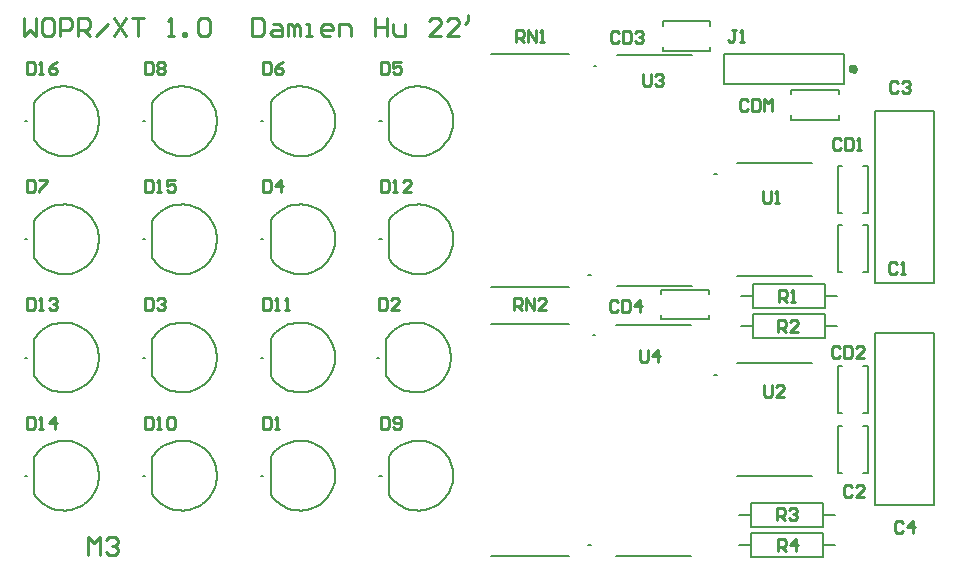
<source format=gto>
G04*
G04 #@! TF.GenerationSoftware,Altium Limited,Altium Designer,22.8.2 (66)*
G04*
G04 Layer_Color=65535*
%FSLAX25Y25*%
%MOIN*%
G70*
G04*
G04 #@! TF.SameCoordinates,5B850A69-A84A-478A-A9FA-D5DC90572E9C*
G04*
G04*
G04 #@! TF.FilePolarity,Positive*
G04*
G01*
G75*
%ADD10C,0.01575*%
%ADD11C,0.00787*%
%ADD12C,0.00500*%
%ADD13C,0.01000*%
D10*
X481157Y360019D02*
X480613Y360768D01*
X479732Y360482D01*
Y359556D01*
X480613Y359270D01*
X481157Y360019D01*
D11*
X434902Y258071D02*
X434114D01*
X434902D01*
X434902Y324843D02*
X434114D01*
X434902D01*
X394744Y360984D02*
X393957D01*
X394744D01*
X392933Y291181D02*
X392146D01*
X392933D01*
X394350Y271220D02*
X393563D01*
X394350D01*
X392933Y201220D02*
X392146D01*
X392933D01*
X323228Y224410D02*
X322441D01*
X323228D01*
X283858D02*
X283071D01*
X283858D01*
X244488D02*
X243701D01*
X244488D01*
X322457Y263779D02*
X321669D01*
X322457D01*
X283858D02*
X283071D01*
X283858D01*
X244488D02*
X243701D01*
X244488D01*
X323228Y303150D02*
X322441D01*
X323228D01*
X283858D02*
X283071D01*
X283858D01*
X205118Y263779D02*
X204331D01*
X205118D01*
X323228Y342520D02*
X322441D01*
X323228D01*
X205118Y224410D02*
X204331D01*
X205118D01*
X283858Y342520D02*
X283071D01*
X283858D01*
X244488Y303150D02*
X243701D01*
X244488D01*
X205118D02*
X204331D01*
X205118D01*
Y342520D02*
X204331D01*
X205118D01*
X244488D02*
X243701D01*
X244488D01*
X471095Y274409D02*
X475095D01*
X443095D02*
X447095D01*
Y270409D02*
X471095D01*
Y278409D01*
X447095D02*
X471095D01*
X447095Y270409D02*
Y278409D01*
X443095Y284252D02*
X447095D01*
X471095D02*
X475095D01*
X447095Y288252D02*
X471095D01*
X447095Y280252D02*
Y288252D01*
Y280252D02*
X471095D01*
Y288252D01*
X470268Y201220D02*
X474268D01*
X442268D02*
X446268D01*
Y197220D02*
X470268D01*
Y205220D01*
X446268D02*
X470268D01*
X446268Y197220D02*
Y205220D01*
X442268Y211417D02*
X446268D01*
X470268D02*
X474268D01*
X446268Y215417D02*
X470268D01*
X446268Y207417D02*
Y215417D01*
Y207417D02*
X470268D01*
Y215417D01*
D12*
X325590Y218244D02*
X326157Y217418D01*
X326793Y216645D01*
X327493Y215928D01*
X328252Y215275D01*
X329064Y214689D01*
X329924Y214175D01*
X330824Y213737D01*
X331759Y213378D01*
X332721Y213101D01*
X333704Y212908D01*
X334700Y212800D01*
X335701Y212777D01*
X336700Y212842D01*
X337690Y212991D01*
X338664Y213226D01*
X339614Y213543D01*
X340533Y213941D01*
X341414Y214416D01*
X342252Y214965D01*
X343039Y215584D01*
X343770Y216269D01*
X344439Y217014D01*
X345042Y217814D01*
X345573Y218663D01*
X346030Y219554D01*
X346408Y220481D01*
X346706Y221437D01*
X346920Y222416D01*
X347049Y223409D01*
X347092Y224409D01*
X347049Y225410D01*
X346920Y226403D01*
X346706Y227381D01*
X346409Y228338D01*
X346030Y229265D01*
X345573Y230156D01*
X345042Y231005D01*
X344439Y231805D01*
X343770Y232550D01*
X343039Y233234D01*
X342252Y233854D01*
X341415Y234403D01*
X340533Y234878D01*
X339614Y235276D01*
X338664Y235593D01*
X337690Y235828D01*
X336700Y235977D01*
X335701Y236041D01*
X334700Y236019D01*
X333704Y235911D01*
X332721Y235718D01*
X331759Y235441D01*
X330824Y235082D01*
X329924Y234644D01*
X329064Y234130D01*
X328252Y233544D01*
X327493Y232891D01*
X326793Y232174D01*
X326157Y231401D01*
X325591Y230575D01*
X286221Y218244D02*
X286787Y217418D01*
X287423Y216645D01*
X288123Y215928D01*
X288882Y215275D01*
X289694Y214689D01*
X290553Y214175D01*
X291454Y213737D01*
X292389Y213378D01*
X293351Y213101D01*
X294334Y212908D01*
X295329Y212800D01*
X296331Y212777D01*
X297330Y212842D01*
X298320Y212991D01*
X299294Y213226D01*
X300244Y213543D01*
X301163Y213941D01*
X302045Y214416D01*
X302882Y214965D01*
X303669Y215584D01*
X304400Y216269D01*
X305069Y217014D01*
X305672Y217814D01*
X306203Y218663D01*
X306660Y219554D01*
X307038Y220481D01*
X307336Y221437D01*
X307550Y222416D01*
X307679Y223409D01*
X307722Y224409D01*
X307679Y225410D01*
X307550Y226403D01*
X307336Y227381D01*
X307038Y228338D01*
X306660Y229265D01*
X306203Y230156D01*
X305672Y231005D01*
X305069Y231805D01*
X304400Y232550D01*
X303669Y233234D01*
X302882Y233854D01*
X302045Y234403D01*
X301163Y234878D01*
X300244Y235276D01*
X299294Y235593D01*
X298321Y235828D01*
X297330Y235977D01*
X296331Y236041D01*
X295330Y236019D01*
X294334Y235911D01*
X293352Y235718D01*
X292389Y235441D01*
X291454Y235082D01*
X290554Y234644D01*
X289694Y234130D01*
X288882Y233544D01*
X288123Y232891D01*
X287423Y232174D01*
X286787Y231401D01*
X286221Y230575D01*
X246850Y218244D02*
X247417Y217418D01*
X248053Y216645D01*
X248753Y215928D01*
X249512Y215275D01*
X250324Y214689D01*
X251183Y214175D01*
X252084Y213737D01*
X253019Y213378D01*
X253981Y213101D01*
X254964Y212908D01*
X255960Y212800D01*
X256961Y212777D01*
X257960Y212842D01*
X258950Y212991D01*
X259924Y213226D01*
X260874Y213543D01*
X261793Y213941D01*
X262674Y214416D01*
X263512Y214965D01*
X264299Y215584D01*
X265030Y216269D01*
X265699Y217014D01*
X266301Y217814D01*
X266833Y218663D01*
X267290Y219554D01*
X267668Y220481D01*
X267966Y221437D01*
X268179Y222416D01*
X268308Y223409D01*
X268352Y224409D01*
X268308Y225410D01*
X268179Y226403D01*
X267966Y227381D01*
X267668Y228338D01*
X267290Y229265D01*
X266833Y230156D01*
X266301Y231005D01*
X265699Y231805D01*
X265030Y232550D01*
X264299Y233234D01*
X263512Y233854D01*
X262674Y234403D01*
X261793Y234878D01*
X260874Y235276D01*
X259924Y235593D01*
X258950Y235828D01*
X257960Y235977D01*
X256961Y236041D01*
X255960Y236019D01*
X254964Y235911D01*
X253981Y235718D01*
X253019Y235441D01*
X252084Y235082D01*
X251184Y234644D01*
X250324Y234130D01*
X249512Y233544D01*
X248753Y232891D01*
X248053Y232174D01*
X247417Y231401D01*
X246850Y230575D01*
X324819Y257614D02*
X325386Y256788D01*
X326021Y256015D01*
X326721Y255298D01*
X327480Y254645D01*
X328292Y254059D01*
X329152Y253545D01*
X330052Y253107D01*
X330987Y252748D01*
X331950Y252471D01*
X332932Y252278D01*
X333928Y252170D01*
X334929Y252148D01*
X335929Y252212D01*
X336919Y252361D01*
X337892Y252596D01*
X338842Y252913D01*
X339761Y253311D01*
X340643Y253786D01*
X341480Y254335D01*
X342267Y254955D01*
X342998Y255639D01*
X343667Y256384D01*
X344270Y257184D01*
X344802Y258033D01*
X345258Y258924D01*
X345637Y259851D01*
X345934Y260807D01*
X346148Y261786D01*
X346277Y262779D01*
X346320Y263779D01*
X346277Y264780D01*
X346148Y265773D01*
X345934Y266752D01*
X345637Y267708D01*
X345258Y268635D01*
X344802Y269526D01*
X344270Y270375D01*
X343667Y271175D01*
X342998Y271920D01*
X342267Y272604D01*
X341480Y273224D01*
X340643Y273773D01*
X339761Y274248D01*
X338842Y274646D01*
X337893Y274963D01*
X336919Y275198D01*
X335929Y275347D01*
X334929Y275412D01*
X333928Y275389D01*
X332932Y275281D01*
X331950Y275088D01*
X330988Y274811D01*
X330053Y274452D01*
X329152Y274014D01*
X328292Y273500D01*
X327480Y272914D01*
X326721Y272261D01*
X326021Y271545D01*
X325386Y270771D01*
X324819Y269945D01*
X286221Y257614D02*
X286787Y256788D01*
X287423Y256015D01*
X288123Y255298D01*
X288882Y254645D01*
X289694Y254059D01*
X290553Y253545D01*
X291454Y253107D01*
X292389Y252748D01*
X293351Y252471D01*
X294334Y252278D01*
X295329Y252170D01*
X296331Y252148D01*
X297330Y252212D01*
X298320Y252361D01*
X299294Y252596D01*
X300244Y252913D01*
X301163Y253311D01*
X302045Y253786D01*
X302882Y254335D01*
X303669Y254955D01*
X304400Y255639D01*
X305069Y256384D01*
X305672Y257184D01*
X306203Y258033D01*
X306660Y258924D01*
X307038Y259851D01*
X307336Y260807D01*
X307550Y261786D01*
X307679Y262779D01*
X307722Y263779D01*
X307679Y264780D01*
X307550Y265773D01*
X307336Y266752D01*
X307038Y267708D01*
X306660Y268635D01*
X306203Y269526D01*
X305672Y270375D01*
X305069Y271175D01*
X304400Y271920D01*
X303669Y272604D01*
X302882Y273224D01*
X302045Y273773D01*
X301163Y274248D01*
X300244Y274646D01*
X299294Y274963D01*
X298321Y275198D01*
X297330Y275347D01*
X296331Y275412D01*
X295330Y275389D01*
X294334Y275281D01*
X293352Y275088D01*
X292389Y274811D01*
X291454Y274452D01*
X290554Y274014D01*
X289694Y273500D01*
X288882Y272914D01*
X288123Y272261D01*
X287423Y271545D01*
X286787Y270771D01*
X286221Y269945D01*
X246850Y257614D02*
X247417Y256788D01*
X248053Y256015D01*
X248753Y255298D01*
X249512Y254645D01*
X250324Y254059D01*
X251183Y253545D01*
X252084Y253107D01*
X253019Y252748D01*
X253981Y252471D01*
X254964Y252278D01*
X255960Y252170D01*
X256961Y252148D01*
X257960Y252212D01*
X258950Y252361D01*
X259924Y252596D01*
X260874Y252913D01*
X261793Y253311D01*
X262674Y253786D01*
X263512Y254335D01*
X264299Y254955D01*
X265030Y255639D01*
X265699Y256384D01*
X266301Y257184D01*
X266833Y258033D01*
X267290Y258924D01*
X267668Y259851D01*
X267966Y260807D01*
X268179Y261786D01*
X268308Y262779D01*
X268352Y263779D01*
X268308Y264780D01*
X268179Y265773D01*
X267966Y266752D01*
X267668Y267708D01*
X267290Y268635D01*
X266833Y269526D01*
X266301Y270375D01*
X265699Y271175D01*
X265030Y271920D01*
X264299Y272604D01*
X263512Y273224D01*
X262674Y273773D01*
X261793Y274248D01*
X260874Y274646D01*
X259924Y274963D01*
X258950Y275198D01*
X257960Y275347D01*
X256961Y275412D01*
X255960Y275389D01*
X254964Y275281D01*
X253981Y275088D01*
X253019Y274811D01*
X252084Y274452D01*
X251184Y274014D01*
X250324Y273500D01*
X249512Y272914D01*
X248753Y272261D01*
X248053Y271545D01*
X247417Y270771D01*
X246850Y269945D01*
X325590Y296984D02*
X326157Y296159D01*
X326793Y295385D01*
X327493Y294668D01*
X328252Y294015D01*
X329064Y293429D01*
X329924Y292915D01*
X330824Y292477D01*
X331759Y292119D01*
X332721Y291841D01*
X333704Y291648D01*
X334700Y291540D01*
X335701Y291518D01*
X336700Y291582D01*
X337690Y291731D01*
X338664Y291966D01*
X339614Y292283D01*
X340533Y292681D01*
X341414Y293156D01*
X342252Y293705D01*
X343039Y294325D01*
X343770Y295009D01*
X344439Y295754D01*
X345042Y296554D01*
X345573Y297403D01*
X346030Y298294D01*
X346408Y299221D01*
X346706Y300178D01*
X346920Y301156D01*
X347049Y302149D01*
X347092Y303150D01*
X347049Y304150D01*
X346920Y305143D01*
X346706Y306121D01*
X346409Y307078D01*
X346030Y308005D01*
X345573Y308896D01*
X345042Y309745D01*
X344439Y310545D01*
X343770Y311290D01*
X343039Y311975D01*
X342252Y312594D01*
X341415Y313143D01*
X340533Y313618D01*
X339614Y314016D01*
X338664Y314333D01*
X337690Y314568D01*
X336700Y314718D01*
X335701Y314782D01*
X334700Y314759D01*
X333704Y314651D01*
X332721Y314458D01*
X331759Y314181D01*
X330824Y313822D01*
X329924Y313384D01*
X329064Y312870D01*
X328252Y312284D01*
X327493Y311631D01*
X326793Y310915D01*
X326157Y310141D01*
X325591Y309315D01*
X286221Y296984D02*
X286787Y296159D01*
X287423Y295385D01*
X288123Y294668D01*
X288882Y294015D01*
X289694Y293429D01*
X290553Y292915D01*
X291454Y292477D01*
X292389Y292119D01*
X293351Y291841D01*
X294334Y291648D01*
X295329Y291540D01*
X296331Y291518D01*
X297330Y291582D01*
X298320Y291731D01*
X299294Y291966D01*
X300244Y292283D01*
X301163Y292681D01*
X302045Y293156D01*
X302882Y293705D01*
X303669Y294325D01*
X304400Y295009D01*
X305069Y295754D01*
X305672Y296554D01*
X306203Y297403D01*
X306660Y298294D01*
X307038Y299221D01*
X307336Y300178D01*
X307550Y301156D01*
X307679Y302149D01*
X307722Y303150D01*
X307679Y304150D01*
X307550Y305143D01*
X307336Y306121D01*
X307038Y307078D01*
X306660Y308005D01*
X306203Y308896D01*
X305672Y309745D01*
X305069Y310545D01*
X304400Y311290D01*
X303669Y311975D01*
X302882Y312594D01*
X302045Y313143D01*
X301163Y313618D01*
X300244Y314016D01*
X299294Y314333D01*
X298321Y314568D01*
X297330Y314718D01*
X296331Y314782D01*
X295330Y314759D01*
X294334Y314651D01*
X293352Y314458D01*
X292389Y314181D01*
X291454Y313822D01*
X290554Y313384D01*
X289694Y312870D01*
X288882Y312284D01*
X288123Y311631D01*
X287423Y310915D01*
X286787Y310141D01*
X286221Y309315D01*
X207480Y257614D02*
X208047Y256788D01*
X208683Y256015D01*
X209383Y255298D01*
X210141Y254645D01*
X210954Y254059D01*
X211813Y253545D01*
X212714Y253107D01*
X213649Y252748D01*
X214611Y252471D01*
X215594Y252278D01*
X216589Y252170D01*
X217591Y252148D01*
X218590Y252212D01*
X219580Y252361D01*
X220554Y252596D01*
X221504Y252913D01*
X222423Y253311D01*
X223304Y253786D01*
X224142Y254335D01*
X224929Y254955D01*
X225659Y255639D01*
X226329Y256384D01*
X226931Y257184D01*
X227463Y258033D01*
X227920Y258924D01*
X228298Y259851D01*
X228595Y260807D01*
X228809Y261786D01*
X228938Y262779D01*
X228981Y263779D01*
X228938Y264780D01*
X228809Y265773D01*
X228595Y266752D01*
X228298Y267708D01*
X227920Y268635D01*
X227463Y269526D01*
X226932Y270375D01*
X226329Y271175D01*
X225660Y271920D01*
X224929Y272604D01*
X224142Y273224D01*
X223304Y273773D01*
X222423Y274248D01*
X221504Y274646D01*
X220554Y274963D01*
X219580Y275198D01*
X218590Y275347D01*
X217591Y275412D01*
X216589Y275389D01*
X215594Y275281D01*
X214611Y275088D01*
X213649Y274811D01*
X212714Y274452D01*
X211813Y274014D01*
X210954Y273500D01*
X210141Y272914D01*
X209383Y272261D01*
X208683Y271545D01*
X208047Y270771D01*
X207480Y269945D01*
X325590Y336354D02*
X326157Y335529D01*
X326793Y334755D01*
X327493Y334038D01*
X328252Y333385D01*
X329064Y332799D01*
X329924Y332285D01*
X330824Y331847D01*
X331759Y331488D01*
X332721Y331211D01*
X333704Y331018D01*
X334700Y330910D01*
X335701Y330888D01*
X336700Y330952D01*
X337690Y331101D01*
X338664Y331336D01*
X339614Y331653D01*
X340533Y332051D01*
X341414Y332526D01*
X342252Y333075D01*
X343039Y333695D01*
X343770Y334379D01*
X344439Y335124D01*
X345042Y335924D01*
X345573Y336773D01*
X346030Y337664D01*
X346408Y338591D01*
X346706Y339548D01*
X346920Y340526D01*
X347049Y341519D01*
X347092Y342520D01*
X347049Y343520D01*
X346920Y344513D01*
X346706Y345492D01*
X346409Y346448D01*
X346030Y347375D01*
X345573Y348266D01*
X345042Y349115D01*
X344439Y349915D01*
X343770Y350660D01*
X343039Y351345D01*
X342252Y351964D01*
X341415Y352513D01*
X340533Y352989D01*
X339614Y353386D01*
X338664Y353703D01*
X337690Y353938D01*
X336700Y354088D01*
X335701Y354152D01*
X334700Y354130D01*
X333704Y354021D01*
X332721Y353828D01*
X331759Y353551D01*
X330824Y353192D01*
X329924Y352754D01*
X329064Y352240D01*
X328252Y351655D01*
X327493Y351001D01*
X326793Y350285D01*
X326157Y349511D01*
X325591Y348685D01*
X207480Y218244D02*
X208047Y217418D01*
X208683Y216645D01*
X209383Y215928D01*
X210141Y215275D01*
X210954Y214689D01*
X211813Y214175D01*
X212714Y213737D01*
X213649Y213378D01*
X214611Y213101D01*
X215594Y212908D01*
X216589Y212800D01*
X217591Y212777D01*
X218590Y212842D01*
X219580Y212991D01*
X220554Y213226D01*
X221504Y213543D01*
X222423Y213941D01*
X223304Y214416D01*
X224142Y214965D01*
X224929Y215584D01*
X225659Y216269D01*
X226329Y217014D01*
X226931Y217814D01*
X227463Y218663D01*
X227920Y219554D01*
X228298Y220481D01*
X228595Y221437D01*
X228809Y222416D01*
X228938Y223409D01*
X228981Y224409D01*
X228938Y225410D01*
X228809Y226403D01*
X228595Y227381D01*
X228298Y228338D01*
X227920Y229265D01*
X227463Y230156D01*
X226932Y231005D01*
X226329Y231805D01*
X225660Y232550D01*
X224929Y233234D01*
X224142Y233854D01*
X223304Y234403D01*
X222423Y234878D01*
X221504Y235276D01*
X220554Y235593D01*
X219580Y235828D01*
X218590Y235977D01*
X217591Y236041D01*
X216589Y236019D01*
X215594Y235911D01*
X214611Y235718D01*
X213649Y235441D01*
X212714Y235082D01*
X211813Y234644D01*
X210954Y234130D01*
X210141Y233544D01*
X209383Y232891D01*
X208683Y232174D01*
X208047Y231401D01*
X207480Y230575D01*
X286221Y336354D02*
X286787Y335529D01*
X287423Y334755D01*
X288123Y334038D01*
X288882Y333385D01*
X289694Y332799D01*
X290553Y332285D01*
X291454Y331847D01*
X292389Y331488D01*
X293351Y331211D01*
X294334Y331018D01*
X295329Y330910D01*
X296331Y330888D01*
X297330Y330952D01*
X298320Y331101D01*
X299294Y331336D01*
X300244Y331653D01*
X301163Y332051D01*
X302045Y332526D01*
X302882Y333075D01*
X303669Y333695D01*
X304400Y334379D01*
X305069Y335124D01*
X305672Y335924D01*
X306203Y336773D01*
X306660Y337664D01*
X307038Y338591D01*
X307336Y339548D01*
X307550Y340526D01*
X307679Y341519D01*
X307722Y342520D01*
X307679Y343520D01*
X307550Y344513D01*
X307336Y345492D01*
X307038Y346448D01*
X306660Y347375D01*
X306203Y348266D01*
X305672Y349115D01*
X305069Y349915D01*
X304400Y350660D01*
X303669Y351345D01*
X302882Y351964D01*
X302045Y352513D01*
X301163Y352989D01*
X300244Y353386D01*
X299294Y353703D01*
X298321Y353938D01*
X297330Y354088D01*
X296331Y354152D01*
X295330Y354130D01*
X294334Y354021D01*
X293352Y353828D01*
X292389Y353551D01*
X291454Y353192D01*
X290554Y352754D01*
X289694Y352240D01*
X288882Y351655D01*
X288123Y351001D01*
X287423Y350285D01*
X286787Y349511D01*
X286221Y348685D01*
X246850Y296984D02*
X247417Y296159D01*
X248053Y295385D01*
X248753Y294668D01*
X249512Y294015D01*
X250324Y293429D01*
X251183Y292915D01*
X252084Y292477D01*
X253019Y292119D01*
X253981Y291841D01*
X254964Y291648D01*
X255960Y291540D01*
X256961Y291518D01*
X257960Y291582D01*
X258950Y291731D01*
X259924Y291966D01*
X260874Y292283D01*
X261793Y292681D01*
X262674Y293156D01*
X263512Y293705D01*
X264299Y294325D01*
X265030Y295009D01*
X265699Y295754D01*
X266301Y296554D01*
X266833Y297403D01*
X267290Y298294D01*
X267668Y299221D01*
X267966Y300178D01*
X268179Y301156D01*
X268308Y302149D01*
X268352Y303150D01*
X268308Y304150D01*
X268179Y305143D01*
X267966Y306121D01*
X267668Y307078D01*
X267290Y308005D01*
X266833Y308896D01*
X266301Y309745D01*
X265699Y310545D01*
X265030Y311290D01*
X264299Y311975D01*
X263512Y312594D01*
X262674Y313143D01*
X261793Y313618D01*
X260874Y314016D01*
X259924Y314333D01*
X258950Y314568D01*
X257960Y314718D01*
X256961Y314782D01*
X255960Y314759D01*
X254964Y314651D01*
X253981Y314458D01*
X253019Y314181D01*
X252084Y313822D01*
X251184Y313384D01*
X250324Y312870D01*
X249512Y312284D01*
X248753Y311631D01*
X248053Y310915D01*
X247417Y310141D01*
X246850Y309315D01*
X207480Y296984D02*
X208047Y296159D01*
X208683Y295385D01*
X209383Y294668D01*
X210141Y294015D01*
X210954Y293429D01*
X211813Y292915D01*
X212714Y292477D01*
X213649Y292119D01*
X214611Y291841D01*
X215594Y291648D01*
X216589Y291540D01*
X217591Y291518D01*
X218590Y291582D01*
X219580Y291731D01*
X220554Y291966D01*
X221504Y292283D01*
X222423Y292681D01*
X223304Y293156D01*
X224142Y293705D01*
X224929Y294325D01*
X225659Y295009D01*
X226329Y295754D01*
X226931Y296554D01*
X227463Y297403D01*
X227920Y298294D01*
X228298Y299221D01*
X228595Y300178D01*
X228809Y301156D01*
X228938Y302149D01*
X228981Y303150D01*
X228938Y304150D01*
X228809Y305143D01*
X228595Y306121D01*
X228298Y307078D01*
X227920Y308005D01*
X227463Y308896D01*
X226932Y309745D01*
X226329Y310545D01*
X225660Y311290D01*
X224929Y311975D01*
X224142Y312594D01*
X223304Y313143D01*
X222423Y313618D01*
X221504Y314016D01*
X220554Y314333D01*
X219580Y314568D01*
X218590Y314718D01*
X217591Y314782D01*
X216589Y314759D01*
X215594Y314651D01*
X214611Y314458D01*
X213649Y314181D01*
X212714Y313822D01*
X211813Y313384D01*
X210954Y312870D01*
X210141Y312284D01*
X209383Y311631D01*
X208683Y310915D01*
X208047Y310141D01*
X207480Y309315D01*
X207480Y336354D02*
X208047Y335529D01*
X208683Y334755D01*
X209383Y334038D01*
X210141Y333385D01*
X210954Y332799D01*
X211813Y332285D01*
X212714Y331847D01*
X213649Y331488D01*
X214611Y331211D01*
X215594Y331018D01*
X216589Y330910D01*
X217591Y330888D01*
X218590Y330952D01*
X219580Y331101D01*
X220554Y331336D01*
X221504Y331653D01*
X222423Y332051D01*
X223304Y332526D01*
X224142Y333075D01*
X224929Y333695D01*
X225659Y334379D01*
X226329Y335124D01*
X226931Y335924D01*
X227463Y336773D01*
X227920Y337664D01*
X228298Y338591D01*
X228595Y339548D01*
X228809Y340526D01*
X228938Y341519D01*
X228981Y342520D01*
X228938Y343520D01*
X228809Y344513D01*
X228595Y345492D01*
X228298Y346448D01*
X227920Y347375D01*
X227463Y348266D01*
X226932Y349115D01*
X226329Y349915D01*
X225660Y350660D01*
X224929Y351345D01*
X224142Y351964D01*
X223304Y352513D01*
X222423Y352989D01*
X221504Y353386D01*
X220554Y353703D01*
X219580Y353938D01*
X218590Y354088D01*
X217591Y354152D01*
X216589Y354130D01*
X215594Y354021D01*
X214611Y353828D01*
X213649Y353551D01*
X212714Y353192D01*
X211813Y352754D01*
X210954Y352240D01*
X210141Y351655D01*
X209383Y351001D01*
X208683Y350285D01*
X208047Y349511D01*
X207480Y348685D01*
X246850Y336354D02*
X247417Y335529D01*
X248053Y334755D01*
X248753Y334038D01*
X249512Y333385D01*
X250324Y332799D01*
X251183Y332285D01*
X252084Y331847D01*
X253019Y331488D01*
X253981Y331211D01*
X254964Y331018D01*
X255960Y330910D01*
X256961Y330888D01*
X257960Y330952D01*
X258950Y331101D01*
X259924Y331336D01*
X260874Y331653D01*
X261793Y332051D01*
X262674Y332526D01*
X263512Y333075D01*
X264299Y333695D01*
X265030Y334379D01*
X265699Y335124D01*
X266301Y335924D01*
X266833Y336773D01*
X267290Y337664D01*
X267668Y338591D01*
X267966Y339548D01*
X268179Y340526D01*
X268308Y341519D01*
X268352Y342520D01*
X268308Y343520D01*
X268179Y344513D01*
X267966Y345492D01*
X267668Y346448D01*
X267290Y347375D01*
X266833Y348266D01*
X266301Y349115D01*
X265699Y349915D01*
X265030Y350660D01*
X264299Y351345D01*
X263512Y351964D01*
X262674Y352513D01*
X261793Y352989D01*
X260874Y353386D01*
X259924Y353703D01*
X258950Y353938D01*
X257960Y354088D01*
X256961Y354152D01*
X255960Y354130D01*
X254964Y354021D01*
X253981Y353828D01*
X253019Y353551D01*
X252084Y353192D01*
X251184Y352754D01*
X250324Y352240D01*
X249512Y351655D01*
X248753Y351001D01*
X248053Y350285D01*
X247417Y349511D01*
X246850Y348685D01*
X437417Y354940D02*
X477417D01*
X437417D02*
Y364783D01*
X477417D01*
Y354940D02*
Y364783D01*
X441831Y224193D02*
X466831D01*
X441831Y261949D02*
X466831D01*
X441831Y290965D02*
X466831D01*
X441831Y328721D02*
X466831D01*
X475590Y351555D02*
Y352953D01*
X459842Y351555D02*
Y352953D01*
X475590Y343111D02*
Y344508D01*
X459842Y343111D02*
Y344508D01*
Y352953D02*
X475590D01*
X459842Y343111D02*
X475590D01*
X475394Y307874D02*
X476791D01*
X475394Y292126D02*
X476791D01*
X483839Y307874D02*
X485236D01*
X483839Y292126D02*
X485236D01*
X475394D02*
Y307874D01*
X485236Y292126D02*
Y307874D01*
X487795Y345866D02*
X507480D01*
X487795Y288780D02*
X507480D01*
X487795D02*
Y345866D01*
X507480Y288780D02*
Y345866D01*
X475394Y327559D02*
X476791D01*
X475394Y311811D02*
X476791D01*
X483839Y327559D02*
X485236D01*
X483839Y311811D02*
X485236D01*
X475394D02*
Y327559D01*
X485236Y311811D02*
Y327559D01*
X487795Y271850D02*
X507480D01*
X487795Y214764D02*
X507480D01*
X487795D02*
Y271850D01*
X507480Y214764D02*
Y271850D01*
X475394Y261024D02*
X476791D01*
X475394Y245276D02*
X476791D01*
X483839Y261024D02*
X485236D01*
X483839Y245276D02*
X485236D01*
X475394D02*
Y261024D01*
X485236Y245276D02*
Y261024D01*
X475394Y240945D02*
X476791D01*
X475394Y225197D02*
X476791D01*
X483839Y240945D02*
X485236D01*
X483839Y225197D02*
X485236D01*
X475394D02*
Y240945D01*
X485236Y225197D02*
Y240945D01*
X401673Y364469D02*
X426673D01*
X401673Y287500D02*
X426673D01*
X359724Y287421D02*
X385709D01*
X359724Y364941D02*
X385709D01*
X401280Y197736D02*
X426280D01*
X401280Y274705D02*
X426280D01*
X359724Y274980D02*
X385709D01*
X359724Y197461D02*
X385709D01*
X416536Y276575D02*
X432284D01*
X416536Y286417D02*
X432284D01*
X416536Y276575D02*
Y277973D01*
X432284Y276575D02*
Y277973D01*
X416536Y285020D02*
Y286417D01*
X432284Y285020D02*
Y286417D01*
X416929Y365945D02*
X432677D01*
X416929Y375787D02*
X432677D01*
X416929Y365945D02*
Y367343D01*
X432677Y365945D02*
Y367343D01*
X416929Y374390D02*
Y375787D01*
X432677Y374390D02*
Y375787D01*
X325591Y218244D02*
Y230575D01*
X286220Y218244D02*
Y230575D01*
X246850Y218244D02*
Y230575D01*
X324819Y257614D02*
Y269945D01*
X286220Y257614D02*
Y269945D01*
X246850Y257614D02*
Y269945D01*
X325591Y296984D02*
Y309315D01*
X286220Y296984D02*
Y309315D01*
X207480Y257614D02*
Y269945D01*
X325591Y336354D02*
Y348685D01*
X207480Y218244D02*
Y230575D01*
X286220Y336354D02*
Y348685D01*
X246850Y296984D02*
Y309315D01*
X207480Y296984D02*
Y309315D01*
Y336354D02*
Y348685D01*
X246850Y336354D02*
Y348685D01*
D13*
X225410Y197850D02*
Y203849D01*
X227409Y201849D01*
X229408Y203849D01*
Y197850D01*
X231407Y202849D02*
X232407Y203849D01*
X234406D01*
X235406Y202849D01*
Y201849D01*
X234406Y200849D01*
X233407D01*
X234406D01*
X235406Y199850D01*
Y198850D01*
X234406Y197850D01*
X232407D01*
X231407Y198850D01*
X204150Y377077D02*
Y371079D01*
X206149Y373078D01*
X208148Y371079D01*
Y377077D01*
X213147D02*
X211147D01*
X210148Y376077D01*
Y372078D01*
X211147Y371079D01*
X213147D01*
X214146Y372078D01*
Y376077D01*
X213147Y377077D01*
X216146Y371079D02*
Y377077D01*
X219145D01*
X220144Y376077D01*
Y374078D01*
X219145Y373078D01*
X216146D01*
X222144Y371079D02*
Y377077D01*
X225143D01*
X226143Y376077D01*
Y374078D01*
X225143Y373078D01*
X222144D01*
X224143D02*
X226143Y371079D01*
X228142D02*
X232141Y375077D01*
X234140Y377077D02*
X238139Y371079D01*
Y377077D02*
X234140Y371079D01*
X240138Y377077D02*
X244137D01*
X242137D01*
Y371079D01*
X252134D02*
X254133D01*
X253134D01*
Y377077D01*
X252134Y376077D01*
X257133Y371079D02*
Y372078D01*
X258132D01*
Y371079D01*
X257133D01*
X262131Y376077D02*
X263130Y377077D01*
X265130D01*
X266130Y376077D01*
Y372078D01*
X265130Y371079D01*
X263130D01*
X262131Y372078D01*
Y376077D01*
X280125Y377077D02*
Y371079D01*
X283124D01*
X284124Y372078D01*
Y376077D01*
X283124Y377077D01*
X280125D01*
X287123Y375077D02*
X289122D01*
X290122Y374078D01*
Y371079D01*
X287123D01*
X286123Y372078D01*
X287123Y373078D01*
X290122D01*
X292121Y371079D02*
Y375077D01*
X293121D01*
X294121Y374078D01*
Y371079D01*
Y374078D01*
X295120Y375077D01*
X296120Y374078D01*
Y371079D01*
X298119D02*
X300119D01*
X299119D01*
Y375077D01*
X298119D01*
X306117Y371079D02*
X304117D01*
X303118Y372078D01*
Y374078D01*
X304117Y375077D01*
X306117D01*
X307116Y374078D01*
Y373078D01*
X303118D01*
X309116Y371079D02*
Y375077D01*
X312115D01*
X313114Y374078D01*
Y371079D01*
X321112Y377077D02*
Y371079D01*
Y374078D01*
X325111D01*
Y377077D01*
Y371079D01*
X327110Y375077D02*
Y372078D01*
X328110Y371079D01*
X331108D01*
Y375077D01*
X343105Y371079D02*
X339106D01*
X343105Y375077D01*
Y376077D01*
X342105Y377077D01*
X340106D01*
X339106Y376077D01*
X349103Y371079D02*
X345104D01*
X349103Y375077D01*
Y376077D01*
X348103Y377077D01*
X346104D01*
X345104Y376077D01*
X352102Y378077D02*
Y376077D01*
X351102Y375077D01*
X204900Y362199D02*
Y358200D01*
X206899D01*
X207566Y358866D01*
Y361532D01*
X206899Y362199D01*
X204900D01*
X208899Y358200D02*
X210232D01*
X209565D01*
Y362199D01*
X208899Y361532D01*
X214897Y362199D02*
X213564Y361532D01*
X212231Y360199D01*
Y358866D01*
X212897Y358200D01*
X214230D01*
X214897Y358866D01*
Y359533D01*
X214230Y360199D01*
X212231D01*
X244300Y322899D02*
Y318900D01*
X246299D01*
X246966Y319566D01*
Y322232D01*
X246299Y322899D01*
X244300D01*
X248299Y318900D02*
X249632D01*
X248965D01*
Y322899D01*
X248299Y322232D01*
X254297Y322899D02*
X251631D01*
Y320899D01*
X252964Y321566D01*
X253630D01*
X254297Y320899D01*
Y319566D01*
X253630Y318900D01*
X252297D01*
X251631Y319566D01*
X204900Y244099D02*
Y240100D01*
X206899D01*
X207566Y240766D01*
Y243432D01*
X206899Y244099D01*
X204900D01*
X208899Y240100D02*
X210232D01*
X209565D01*
Y244099D01*
X208899Y243432D01*
X214230Y240100D02*
Y244099D01*
X212231Y242099D01*
X214897D01*
X204900Y283499D02*
Y279500D01*
X206899D01*
X207566Y280166D01*
Y282832D01*
X206899Y283499D01*
X204900D01*
X208899Y279500D02*
X210232D01*
X209565D01*
Y283499D01*
X208899Y282832D01*
X212231D02*
X212897Y283499D01*
X214230D01*
X214897Y282832D01*
Y282166D01*
X214230Y281499D01*
X213564D01*
X214230D01*
X214897Y280833D01*
Y280166D01*
X214230Y279500D01*
X212897D01*
X212231Y280166D01*
X323000Y322899D02*
Y318900D01*
X324999D01*
X325666Y319566D01*
Y322232D01*
X324999Y322899D01*
X323000D01*
X326999Y318900D02*
X328332D01*
X327665D01*
Y322899D01*
X326999Y322232D01*
X332997Y318900D02*
X330331D01*
X332997Y321566D01*
Y322232D01*
X332330Y322899D01*
X330997D01*
X330331Y322232D01*
X283700Y283499D02*
Y279500D01*
X285699D01*
X286366Y280166D01*
Y282832D01*
X285699Y283499D01*
X283700D01*
X287699Y279500D02*
X289032D01*
X288365D01*
Y283499D01*
X287699Y282832D01*
X291031Y279500D02*
X292364D01*
X291697D01*
Y283499D01*
X291031Y282832D01*
X244300Y244099D02*
Y240100D01*
X246299D01*
X246966Y240766D01*
Y243432D01*
X246299Y244099D01*
X244300D01*
X248299Y240100D02*
X249632D01*
X248965D01*
Y244099D01*
X248299Y243432D01*
X251631D02*
X252297Y244099D01*
X253630D01*
X254297Y243432D01*
Y240766D01*
X253630Y240100D01*
X252297D01*
X251631Y240766D01*
Y243432D01*
X323000Y244099D02*
Y240100D01*
X324999D01*
X325666Y240766D01*
Y243432D01*
X324999Y244099D01*
X323000D01*
X326999Y240766D02*
X327665Y240100D01*
X328998D01*
X329664Y240766D01*
Y243432D01*
X328998Y244099D01*
X327665D01*
X326999Y243432D01*
Y242766D01*
X327665Y242099D01*
X329664D01*
X244300Y362199D02*
Y358200D01*
X246299D01*
X246966Y358866D01*
Y361532D01*
X246299Y362199D01*
X244300D01*
X248299Y361532D02*
X248965Y362199D01*
X250298D01*
X250964Y361532D01*
Y360866D01*
X250298Y360199D01*
X250964Y359533D01*
Y358866D01*
X250298Y358200D01*
X248965D01*
X248299Y358866D01*
Y359533D01*
X248965Y360199D01*
X248299Y360866D01*
Y361532D01*
X248965Y360199D02*
X250298D01*
X204900Y322899D02*
Y318900D01*
X206899D01*
X207566Y319566D01*
Y322232D01*
X206899Y322899D01*
X204900D01*
X208899D02*
X211564D01*
Y322232D01*
X208899Y319566D01*
Y318900D01*
X283700Y362199D02*
Y358200D01*
X285699D01*
X286366Y358866D01*
Y361532D01*
X285699Y362199D01*
X283700D01*
X290365D02*
X289032Y361532D01*
X287699Y360199D01*
Y358866D01*
X288365Y358200D01*
X289698D01*
X290365Y358866D01*
Y359533D01*
X289698Y360199D01*
X287699D01*
X323000Y362199D02*
Y358200D01*
X324999D01*
X325666Y358866D01*
Y361532D01*
X324999Y362199D01*
X323000D01*
X329664D02*
X326999D01*
Y360199D01*
X328332Y360866D01*
X328998D01*
X329664Y360199D01*
Y358866D01*
X328998Y358200D01*
X327665D01*
X326999Y358866D01*
X283700Y322899D02*
Y318900D01*
X285699D01*
X286366Y319566D01*
Y322232D01*
X285699Y322899D01*
X283700D01*
X289698Y318900D02*
Y322899D01*
X287699Y320899D01*
X290365D01*
X244300Y283499D02*
Y279500D01*
X246299D01*
X246966Y280166D01*
Y282832D01*
X246299Y283499D01*
X244300D01*
X248299Y282832D02*
X248965Y283499D01*
X250298D01*
X250964Y282832D01*
Y282166D01*
X250298Y281499D01*
X249632D01*
X250298D01*
X250964Y280833D01*
Y280166D01*
X250298Y279500D01*
X248965D01*
X248299Y280166D01*
X322300Y283499D02*
Y279500D01*
X324299D01*
X324966Y280166D01*
Y282832D01*
X324299Y283499D01*
X322300D01*
X328964Y279500D02*
X326299D01*
X328964Y282166D01*
Y282832D01*
X328298Y283499D01*
X326965D01*
X326299Y282832D01*
X283700Y244099D02*
Y240100D01*
X285699D01*
X286366Y240766D01*
Y243432D01*
X285699Y244099D01*
X283700D01*
X287699Y240100D02*
X289032D01*
X288365D01*
Y244099D01*
X287699Y243432D01*
X409266Y266173D02*
Y262840D01*
X409933Y262174D01*
X411266D01*
X411932Y262840D01*
Y266173D01*
X415264Y262174D02*
Y266173D01*
X413265Y264173D01*
X415931D01*
X410447Y358299D02*
Y354966D01*
X411114Y354300D01*
X412447D01*
X413113Y354966D01*
Y358299D01*
X414446Y357632D02*
X415112Y358299D01*
X416445D01*
X417112Y357632D01*
Y356966D01*
X416445Y356299D01*
X415779D01*
X416445D01*
X417112Y355633D01*
Y354966D01*
X416445Y354300D01*
X415112D01*
X414446Y354966D01*
X450628Y254570D02*
Y251238D01*
X451295Y250572D01*
X452628D01*
X453294Y251238D01*
Y254570D01*
X457293Y250572D02*
X454627D01*
X457293Y253238D01*
Y253904D01*
X456627Y254570D01*
X455294D01*
X454627Y253904D01*
X450295Y319342D02*
Y316010D01*
X450961Y315343D01*
X452294D01*
X452961Y316010D01*
Y319342D01*
X454293Y315343D02*
X455626D01*
X454960D01*
Y319342D01*
X454293Y318675D01*
X367503Y279497D02*
Y283495D01*
X369502D01*
X370169Y282829D01*
Y281496D01*
X369502Y280830D01*
X367503D01*
X368836D02*
X370169Y279497D01*
X371502D02*
Y283495D01*
X374167Y279497D01*
Y283495D01*
X378166Y279497D02*
X375500D01*
X378166Y282162D01*
Y282829D01*
X377500Y283495D01*
X376167D01*
X375500Y282829D01*
X368169Y368867D02*
Y372866D01*
X370169D01*
X370835Y372199D01*
Y370866D01*
X370169Y370200D01*
X368169D01*
X369502D02*
X370835Y368867D01*
X372168D02*
Y372866D01*
X374834Y368867D01*
Y372866D01*
X376167Y368867D02*
X377500D01*
X376833D01*
Y372866D01*
X376167Y372199D01*
X455329Y199182D02*
Y203181D01*
X457329D01*
X457995Y202514D01*
Y201181D01*
X457329Y200515D01*
X455329D01*
X456662D02*
X457995Y199182D01*
X461327D02*
Y203181D01*
X459328Y201181D01*
X461994D01*
X455105Y209473D02*
Y213472D01*
X457104D01*
X457771Y212805D01*
Y211472D01*
X457104Y210806D01*
X455105D01*
X456438D02*
X457771Y209473D01*
X459103Y212805D02*
X459770Y213472D01*
X461103D01*
X461769Y212805D01*
Y212139D01*
X461103Y211472D01*
X460436D01*
X461103D01*
X461769Y210806D01*
Y210139D01*
X461103Y209473D01*
X459770D01*
X459103Y210139D01*
X455538Y272308D02*
Y276306D01*
X457537D01*
X458204Y275640D01*
Y274307D01*
X457537Y273641D01*
X455538D01*
X456871D02*
X458204Y272308D01*
X462203D02*
X459537D01*
X462203Y274974D01*
Y275640D01*
X461536Y276306D01*
X460203D01*
X459537Y275640D01*
X455602Y282253D02*
Y286251D01*
X457601D01*
X458268Y285585D01*
Y284252D01*
X457601Y283586D01*
X455602D01*
X456935D02*
X458268Y282253D01*
X459601D02*
X460933D01*
X460267D01*
Y286251D01*
X459601Y285585D01*
X441339Y372866D02*
X440006D01*
X440672D01*
Y369533D01*
X440006Y368867D01*
X439339D01*
X438673Y369533D01*
X442671Y368867D02*
X444004D01*
X443338D01*
Y372866D01*
X442671Y372199D01*
X445472Y349364D02*
X444806Y350031D01*
X443473D01*
X442806Y349364D01*
Y346699D01*
X443473Y346032D01*
X444806D01*
X445472Y346699D01*
X446805Y350031D02*
Y346032D01*
X448804D01*
X449471Y346699D01*
Y349364D01*
X448804Y350031D01*
X446805D01*
X450804Y346032D02*
Y350031D01*
X452137Y348698D01*
X453469Y350031D01*
Y346032D01*
X402059Y282435D02*
X401392Y283102D01*
X400059D01*
X399393Y282435D01*
Y279769D01*
X400059Y279103D01*
X401392D01*
X402059Y279769D01*
X403392Y283102D02*
Y279103D01*
X405391D01*
X406057Y279769D01*
Y282435D01*
X405391Y283102D01*
X403392D01*
X409390Y279103D02*
Y283102D01*
X407390Y281102D01*
X410056D01*
X402452Y371805D02*
X401786Y372472D01*
X400453D01*
X399786Y371805D01*
Y369140D01*
X400453Y368473D01*
X401786D01*
X402452Y369140D01*
X403785Y372472D02*
Y368473D01*
X405785D01*
X406451Y369140D01*
Y371805D01*
X405785Y372472D01*
X403785D01*
X407784Y371805D02*
X408450Y372472D01*
X409783D01*
X410450Y371805D01*
Y371139D01*
X409783Y370472D01*
X409117D01*
X409783D01*
X410450Y369806D01*
Y369140D01*
X409783Y368473D01*
X408450D01*
X407784Y369140D01*
X476074Y267081D02*
X475408Y267747D01*
X474075D01*
X473409Y267081D01*
Y264415D01*
X474075Y263749D01*
X475408D01*
X476074Y264415D01*
X477407Y267747D02*
Y263749D01*
X479407D01*
X480073Y264415D01*
Y267081D01*
X479407Y267747D01*
X477407D01*
X484072Y263749D02*
X481406D01*
X484072Y266414D01*
Y267081D01*
X483405Y267747D01*
X482072D01*
X481406Y267081D01*
X476347Y336372D02*
X475681Y337039D01*
X474348D01*
X473681Y336372D01*
Y333706D01*
X474348Y333040D01*
X475681D01*
X476347Y333706D01*
X477680Y337039D02*
Y333040D01*
X479679D01*
X480346Y333706D01*
Y336372D01*
X479679Y337039D01*
X477680D01*
X481679Y333040D02*
X483012D01*
X482345D01*
Y337039D01*
X481679Y336372D01*
X496971Y208707D02*
X496305Y209373D01*
X494972D01*
X494306Y208707D01*
Y206041D01*
X494972Y205375D01*
X496305D01*
X496971Y206041D01*
X500304Y205375D02*
Y209373D01*
X498304Y207374D01*
X500970D01*
X495471Y355160D02*
X494805Y355826D01*
X493472D01*
X492805Y355160D01*
Y352494D01*
X493472Y351827D01*
X494805D01*
X495471Y352494D01*
X496804Y355160D02*
X497471Y355826D01*
X498804D01*
X499470Y355160D01*
Y354493D01*
X498804Y353827D01*
X498137D01*
X498804D01*
X499470Y353160D01*
Y352494D01*
X498804Y351827D01*
X497471D01*
X496804Y352494D01*
X480042Y220624D02*
X479376Y221291D01*
X478043D01*
X477376Y220624D01*
Y217958D01*
X478043Y217292D01*
X479376D01*
X480042Y217958D01*
X484041Y217292D02*
X481375D01*
X484041Y219958D01*
Y220624D01*
X483374Y221291D01*
X482041D01*
X481375Y220624D01*
X494882Y295109D02*
X494216Y295775D01*
X492883D01*
X492216Y295109D01*
Y292443D01*
X492883Y291776D01*
X494216D01*
X494882Y292443D01*
X496215Y291776D02*
X497548D01*
X496881D01*
Y295775D01*
X496215Y295109D01*
M02*

</source>
